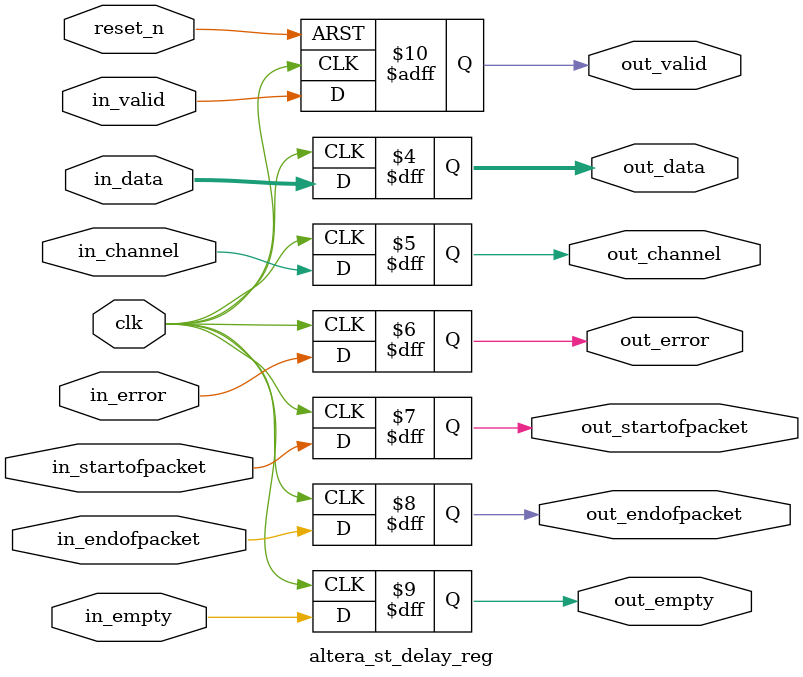
<source format=sv>



`timescale 1ns / 1ns

module altera_avalon_st_delay #(
   parameter 
      NUMBER_OF_DELAY_CLOCKS = 1,

      DATA_WIDTH  = 8,
      BITS_PER_SYMBOL = 8,

      USE_PACKETS = 0,

      USE_CHANNEL   = 0,
      CHANNEL_WIDTH = 1,

      USE_ERROR   = 0,
      ERROR_WIDTH = 1,

      // Derived parameters
      SYMBOLS_PER_BEAT = DATA_WIDTH / BITS_PER_SYMBOL,
      EMPTY_WV   = USE_PACKETS ? (
                   (SYMBOLS_PER_BEAT > 128) ? 8 :
                   (SYMBOLS_PER_BEAT >  64) ? 7 :
                   (SYMBOLS_PER_BEAT >  32) ? 6 :
                   (SYMBOLS_PER_BEAT >  16) ? 5 :
                   (SYMBOLS_PER_BEAT >   8) ? 4 :
                   (SYMBOLS_PER_BEAT >   4) ? 3 :
                   (SYMBOLS_PER_BEAT >   2) ? 2 :
                   (SYMBOLS_PER_BEAT >   1) ? 1 :
                                             1) : 1,

      CHANNEL_WV = USE_CHANNEL ? CHANNEL_WIDTH : 1,

      ERROR_WV   = USE_ERROR   ? ERROR_WIDTH   : 1
  )
(
   input  wire                    in0_valid,
   input  wire  [DATA_WIDTH-1 :0] in0_data,
   input  wire  [CHANNEL_WV-1 :0] in0_channel,
   input  wire  [ERROR_WV-1   :0] in0_error,
   input  wire                    in0_startofpacket,
   input  wire                    in0_endofpacket,
   input  wire  [EMPTY_WV-1   :0] in0_empty,

   output wire                    out0_valid,
   output wire  [DATA_WIDTH-1 :0] out0_data,
   output wire  [CHANNEL_WV-1 :0] out0_channel,
   output wire  [ERROR_WV-1   :0] out0_error,
   output wire                    out0_startofpacket,
   output wire                    out0_endofpacket,
   output wire  [EMPTY_WV-1   :0] out0_empty,

   input  wire                    reset_n,
   input  wire                    clk
);


// ********************************************************************
// Module Wiring

wire   [16:0]            OutValid;
wire   [DATA_WIDTH-1 :0] OutData    [16:0];
wire   [CHANNEL_WV-1 :0] OutChannel [16:0];
wire   [ERROR_WV-1   :0] OutError   [16:0];
wire   [16:0]            OutSOP;
wire   [16:0]            OutEOP;
wire   [EMPTY_WV-1   :0] OutEmpty   [16:0];

genvar                   i;


// ********************************************************************
// Module Logic

assign OutValid[0]   = in0_valid;
assign OutData[0]    = in0_data;
assign OutChannel[0] = in0_channel;
assign OutError[0]   = in0_error;
assign OutSOP[0]     = in0_startofpacket;
assign OutEOP[0]     = in0_endofpacket;
assign OutEmpty[0]   = in0_empty;


generate
   for (i=0; i < NUMBER_OF_DELAY_CLOCKS; i=i+1) begin : DELAY_PORT
      altera_st_delay_reg #(DATA_WIDTH, CHANNEL_WV, ERROR_WV, EMPTY_WV) U 
         (OutValid[i],
          OutData[i],
          OutChannel[i],
          OutError[i],
          OutSOP[i],
          OutEOP[i],
          OutEmpty[i],
          OutValid[i+1],
          OutData[i+1],
          OutChannel[i+1],
          OutError[i+1],
          OutSOP[i+1],
          OutEOP[i+1],
          OutEmpty[i+1],
          reset_n,
          clk);
   end
endgenerate


assign out0_valid         = OutValid[NUMBER_OF_DELAY_CLOCKS];
assign out0_data          = OutData[NUMBER_OF_DELAY_CLOCKS];
assign out0_channel       = OutChannel[NUMBER_OF_DELAY_CLOCKS];
assign out0_error         = OutError[NUMBER_OF_DELAY_CLOCKS];
assign out0_startofpacket = OutSOP[NUMBER_OF_DELAY_CLOCKS];
assign out0_endofpacket   = OutEOP[NUMBER_OF_DELAY_CLOCKS];
assign out0_empty         = OutEmpty[NUMBER_OF_DELAY_CLOCKS];


endmodule


module altera_st_delay_reg #(
   parameter DATA_WIDTH = 8, CHANNEL_WV = 1, ERROR_WV = 1, EMPTY_WV = 1)
(
   input  wire                    in_valid,
   input  wire  [DATA_WIDTH-1 :0] in_data,
   input  wire  [CHANNEL_WV-1 :0] in_channel,
   input  wire  [ERROR_WV-1   :0] in_error,
   input  wire                    in_startofpacket,
   input  wire                    in_endofpacket,
   input  wire  [EMPTY_WV-1   :0] in_empty,

   output reg                     out_valid,
   output reg   [DATA_WIDTH-1 :0] out_data,
   output reg   [CHANNEL_WV-1 :0] out_channel,
   output reg   [ERROR_WV-1   :0] out_error,
   output reg                     out_startofpacket,
   output reg                     out_endofpacket,
   output reg   [EMPTY_WV-1   :0] out_empty,

   input  wire                    reset_n,
   input  wire                    clk
);


always @(posedge clk or negedge reset_n) begin
   if (!reset_n)
      out_valid <= 1'b0;
   else
      out_valid <= in_valid;
end


always @(posedge clk) begin
   out_data          <= in_data;
   out_channel       <= in_channel;
   out_error         <= in_error;
   out_startofpacket <= in_startofpacket;
   out_endofpacket   <= in_endofpacket;
   out_empty         <= in_empty;
end


endmodule


</source>
